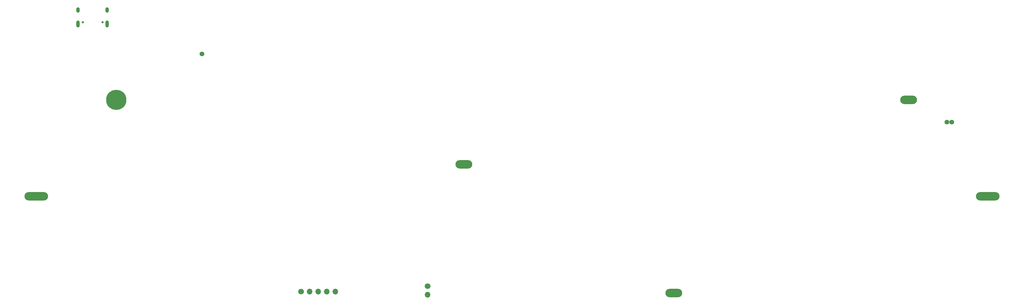
<source format=gbr>
%TF.GenerationSoftware,KiCad,Pcbnew,8.0.2*%
%TF.CreationDate,2025-05-31T22:41:58-07:00*%
%TF.ProjectId,SI60,53493630-2e6b-4696-9361-645f70636258,rev?*%
%TF.SameCoordinates,Original*%
%TF.FileFunction,Soldermask,Top*%
%TF.FilePolarity,Negative*%
%FSLAX46Y46*%
G04 Gerber Fmt 4.6, Leading zero omitted, Abs format (unit mm)*
G04 Created by KiCad (PCBNEW 8.0.2) date 2025-05-31 22:41:58*
%MOMM*%
%LPD*%
G01*
G04 APERTURE LIST*
%ADD10O,7.000240X2.499360*%
%ADD11C,1.400000*%
%ADD12O,5.001260X2.499360*%
%ADD13C,1.700000*%
%ADD14O,1.700000X1.700000*%
%ADD15C,6.000000*%
%ADD16C,0.650000*%
%ADD17O,1.000000X1.600000*%
%ADD18O,1.000000X2.100000*%
G04 APERTURE END LIST*
D10*
%TO.C,H5*%
X-7689870Y-47301180D03*
%TD*%
D11*
%TO.C,SW14*%
X41402000Y-5080000D03*
%TD*%
D12*
%TO.C,H2*%
X119052500Y-37799980D03*
%TD*%
D13*
%TO.C,J1*%
X70840000Y-75530000D03*
D14*
X73380000Y-75530000D03*
X75920000Y-75530000D03*
X78460000Y-75530000D03*
X81000000Y-75530000D03*
%TD*%
D13*
%TO.C,J2*%
X108340000Y-74005000D03*
D14*
X108340000Y-76545000D03*
%TD*%
D15*
%TO.C,H1*%
X16051800Y-18700780D03*
%TD*%
D11*
%TO.C,SW80*%
X262255000Y-25273000D03*
%TD*%
D10*
%TO.C,H6*%
X274393700Y-47301180D03*
%TD*%
D11*
%TO.C,SW82*%
X263683750Y-25273000D03*
%TD*%
D12*
%TO.C,H3*%
X181351900Y-76000680D03*
%TD*%
%TO.C,H4*%
X250902420Y-18700702D03*
%TD*%
D16*
%TO.C,J4*%
X6162500Y4380000D03*
X11942500Y4380000D03*
D17*
X4732500Y8030000D03*
D18*
X4732500Y3850000D03*
D17*
X13372500Y8030000D03*
D18*
X13372500Y3850000D03*
%TD*%
M02*

</source>
